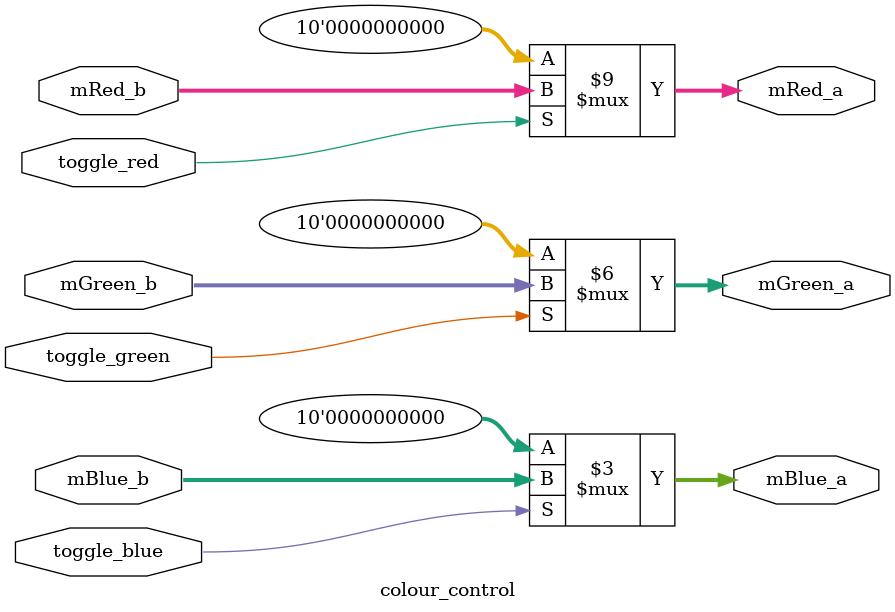
<source format=v>
module colour_control(mRed_b, mGreen_b, mBlue_b, mRed_a, mGreen_a, mBlue_a, toggle_red, toggle_green, toggle_blue);
	input [9:0] mRed_b, mGreen_b, mBlue_b;
	input toggle_red, toggle_green, toggle_blue;
	
	output reg [9:0] mRed_a, mGreen_a, mBlue_a;
	
	always @(*)
	begin
		if (toggle_red)
			mRed_a = mRed_b;
		else
			mRed_a = 0;
			
		if (toggle_green)
			mGreen_a = mGreen_b;
		else
			mGreen_a = 0;
			
		if (toggle_blue)
			mBlue_a = mBlue_b;
		else
			mBlue_a = 0;
	end
	
endmodule

</source>
